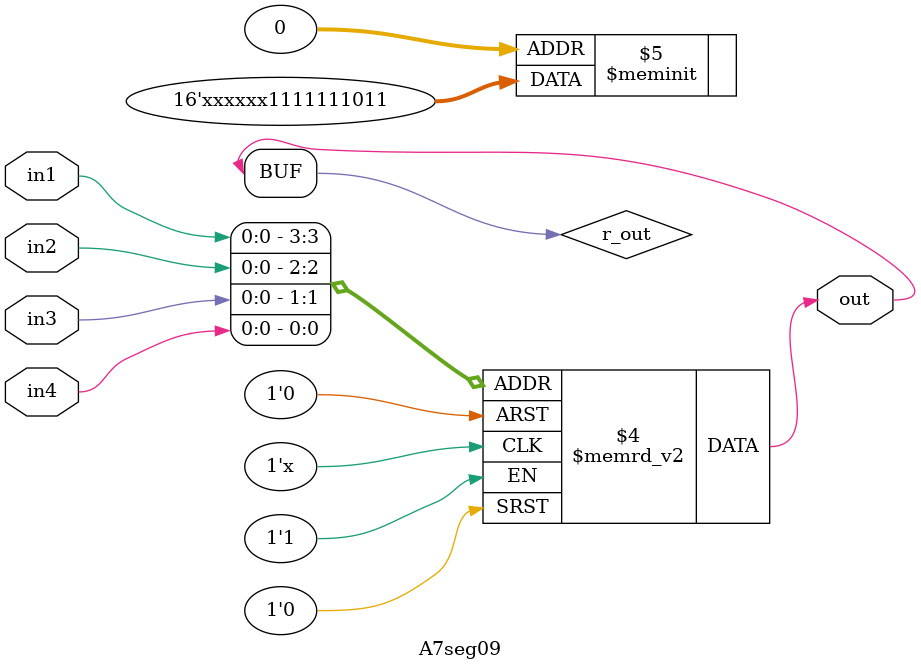
<source format=v>
module A7seg09(output out, input in1, in2, in3, in4);
  reg r_out;
  assign out = r_out;
  always@(in1, in2, in3, in4)
    begin
      case({in1, in2, in3, in4})
        4'b0000: out = 1'b1;
        4'b0001: out = 1'b1;
        4'b0010: out = 1'b0;
        4'b0011: out = 1'b1;
        4'b0100: out = 1'b1;
        4'b0101: out = 1'b1;
        4'b0110: out = 1'b1;
        4'b0111: out = 1'b1;
	4'b1000: out = 1'b1;
        4'b1001: out = 1'b1;
        4'b1010: out = 1'bx;
        4'b1011: out = 1'bx;
        4'b1100: out = 1'bx;
        4'b1101: out = 1'bx;
        4'b1110: out = 1'bx;
        4'b1111: out = 1'bx;
	
        default: out = 1'b0;
      endcase
    end
endmodule

</source>
